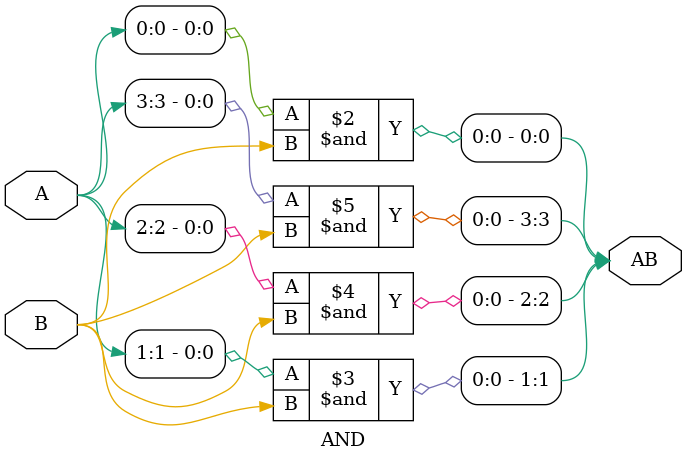
<source format=v>
`timescale 1ns / 1ps


module AND( A, B, AB);

input [3:0]A;
input B;
output reg [3:0] AB;

always @ (A,B) begin
    AB[0] <= A[0] & B;
    AB[1] <= A[1] & B;
    AB[2] <= A[2] & B;
    AB[3] <= A[3] & B;
end
    
endmodule

</source>
